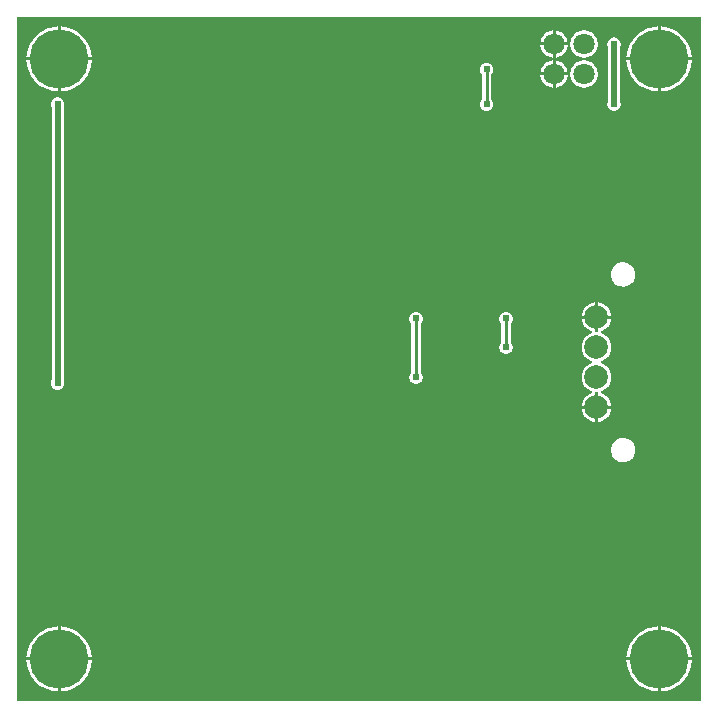
<source format=gbl>
G04 Layer: BottomLayer*
G04 Panelize: , Column: 2, Row: 2, Board Size: 58.42mm x 58.42mm, Panelized Board Size: 118.84mm x 118.84mm*
G04 EasyEDA v6.5.34, 2023-08-21 18:11:39*
G04 6b8a08da89de4659a48f0417751e7769,5a6b42c53f6a479593ecc07194224c93,10*
G04 Gerber Generator version 0.2*
G04 Scale: 100 percent, Rotated: No, Reflected: No *
G04 Dimensions in millimeters *
G04 leading zeros omitted , absolute positions ,4 integer and 5 decimal *
%FSLAX45Y45*%
%MOMM*%

%ADD10C,0.5000*%
%ADD11C,0.2540*%
%ADD12C,5.0000*%
%ADD13C,2.0000*%
%ADD14C,1.8000*%
%ADD15C,0.6096*%
%ADD16C,0.0107*%

%LPD*%
G36*
X5805932Y25908D02*
G01*
X36068Y26416D01*
X32156Y27178D01*
X28905Y29362D01*
X26670Y32664D01*
X25908Y36576D01*
X25908Y5805932D01*
X26670Y5809843D01*
X28905Y5813094D01*
X32156Y5815330D01*
X36068Y5816092D01*
X5805932Y5816092D01*
X5809843Y5815330D01*
X5813094Y5813094D01*
X5815330Y5809843D01*
X5816092Y5805932D01*
X5816092Y36068D01*
X5815330Y32207D01*
X5813094Y28905D01*
X5809843Y26670D01*
G37*

%LPC*%
G36*
X4584700Y5600700D02*
G01*
X4687112Y5600700D01*
X4686960Y5602528D01*
X4684268Y5616803D01*
X4679746Y5630672D01*
X4673549Y5643829D01*
X4665776Y5656122D01*
X4656480Y5667349D01*
X4645863Y5677306D01*
X4634077Y5685840D01*
X4621326Y5692851D01*
X4607814Y5698236D01*
X4593691Y5701842D01*
X4584700Y5702960D01*
G37*
G36*
X393700Y105562D02*
G01*
X398322Y105664D01*
X421284Y108051D01*
X443992Y112369D01*
X466242Y118618D01*
X487934Y126644D01*
X508812Y136499D01*
X528828Y148031D01*
X547827Y161239D01*
X565607Y175971D01*
X582117Y192125D01*
X597204Y209600D01*
X610819Y228295D01*
X622757Y248107D01*
X633018Y268782D01*
X641553Y290271D01*
X648208Y312369D01*
X653034Y334975D01*
X655929Y357936D01*
X656336Y368300D01*
X393700Y368300D01*
G37*
G36*
X5448300Y105613D02*
G01*
X5448300Y368300D01*
X5185410Y368300D01*
X5187289Y346405D01*
X5191150Y323646D01*
X5196890Y301244D01*
X5204460Y279450D01*
X5213858Y258317D01*
X5224983Y238099D01*
X5237784Y218846D01*
X5252161Y200710D01*
X5267960Y183896D01*
X5285130Y168402D01*
X5303520Y154432D01*
X5323027Y142087D01*
X5343499Y131368D01*
X5364835Y122428D01*
X5386781Y115265D01*
X5409285Y109982D01*
X5432145Y106629D01*
G37*
G36*
X368300Y105613D02*
G01*
X368300Y368300D01*
X105410Y368300D01*
X107289Y346405D01*
X111150Y323646D01*
X116890Y301244D01*
X124460Y279450D01*
X133858Y258317D01*
X144983Y238099D01*
X157784Y218846D01*
X172161Y200710D01*
X187960Y183896D01*
X205130Y168402D01*
X223520Y154432D01*
X243027Y142087D01*
X263499Y131368D01*
X284835Y122428D01*
X306781Y115265D01*
X329285Y109982D01*
X352145Y106629D01*
G37*
G36*
X5473700Y393700D02*
G01*
X5736336Y393700D01*
X5735929Y404063D01*
X5733034Y427024D01*
X5728208Y449630D01*
X5721553Y471728D01*
X5713018Y493217D01*
X5702757Y513892D01*
X5690819Y533704D01*
X5677204Y552348D01*
X5662117Y569874D01*
X5645607Y586028D01*
X5627827Y600760D01*
X5608828Y613968D01*
X5588812Y625500D01*
X5567934Y635355D01*
X5546242Y643382D01*
X5523992Y649630D01*
X5501284Y653948D01*
X5478322Y656336D01*
X5473700Y656437D01*
G37*
G36*
X393700Y393700D02*
G01*
X656336Y393700D01*
X655929Y404063D01*
X653034Y427024D01*
X648208Y449630D01*
X641553Y471728D01*
X633018Y493217D01*
X622757Y513892D01*
X610819Y533704D01*
X597204Y552348D01*
X582117Y569874D01*
X565607Y586028D01*
X547827Y600760D01*
X528828Y613968D01*
X508812Y625500D01*
X487934Y635355D01*
X466242Y643382D01*
X443992Y649630D01*
X421284Y653948D01*
X398322Y656336D01*
X393700Y656437D01*
G37*
G36*
X5185410Y393700D02*
G01*
X5448300Y393700D01*
X5448300Y656386D01*
X5432145Y655370D01*
X5409285Y652018D01*
X5386781Y646734D01*
X5364835Y639572D01*
X5343499Y630631D01*
X5323027Y619912D01*
X5303520Y607568D01*
X5285130Y593598D01*
X5267960Y578104D01*
X5252161Y561289D01*
X5237784Y543153D01*
X5224983Y523900D01*
X5213858Y503682D01*
X5204460Y482549D01*
X5196890Y460756D01*
X5191150Y438353D01*
X5187289Y415594D01*
G37*
G36*
X105410Y393700D02*
G01*
X368300Y393700D01*
X368300Y656386D01*
X352145Y655370D01*
X329285Y652018D01*
X306781Y646734D01*
X284835Y639572D01*
X263499Y630631D01*
X243027Y619912D01*
X223520Y607568D01*
X205130Y593598D01*
X187960Y578104D01*
X172161Y561289D01*
X157784Y543153D01*
X144983Y523900D01*
X133858Y503682D01*
X124460Y482549D01*
X116890Y460756D01*
X111150Y438353D01*
X107289Y415594D01*
G37*
G36*
X5152745Y2046274D02*
G01*
X5166563Y2046732D01*
X5180177Y2049018D01*
X5193385Y2053132D01*
X5205933Y2058924D01*
X5217566Y2066391D01*
X5228082Y2075281D01*
X5237378Y2085543D01*
X5245201Y2096922D01*
X5251399Y2109216D01*
X5255920Y2122271D01*
X5258663Y2135835D01*
X5259628Y2149602D01*
X5258663Y2163368D01*
X5255920Y2176932D01*
X5251399Y2189937D01*
X5245201Y2202281D01*
X5237378Y2213660D01*
X5228082Y2223922D01*
X5217566Y2232812D01*
X5205933Y2240280D01*
X5193385Y2246071D01*
X5180177Y2250186D01*
X5166563Y2252472D01*
X5152745Y2252929D01*
X5139029Y2251557D01*
X5125618Y2248357D01*
X5112715Y2243378D01*
X5100574Y2236724D01*
X5089499Y2228545D01*
X5079542Y2218944D01*
X5071008Y2208123D01*
X5063947Y2196236D01*
X5058562Y2183536D01*
X5054904Y2170176D01*
X5053076Y2156510D01*
X5053076Y2142693D01*
X5054904Y2129028D01*
X5058562Y2115667D01*
X5063947Y2102967D01*
X5071008Y2091080D01*
X5079542Y2080260D01*
X5089499Y2070658D01*
X5100574Y2062480D01*
X5112715Y2055825D01*
X5125618Y2050846D01*
X5139029Y2047646D01*
G37*
G36*
X4943906Y2387041D02*
G01*
X4946396Y2387193D01*
X4961331Y2389936D01*
X4975860Y2394458D01*
X4989728Y2400706D01*
X5002733Y2408580D01*
X5014722Y2417927D01*
X5025440Y2428697D01*
X5034838Y2440635D01*
X5042662Y2453690D01*
X5048910Y2467508D01*
X5053431Y2482037D01*
X5056174Y2496972D01*
X5056327Y2499461D01*
X4943906Y2499461D01*
G37*
G36*
X4918506Y2387041D02*
G01*
X4918506Y2499461D01*
X4806086Y2499461D01*
X4806238Y2496972D01*
X4808982Y2482037D01*
X4813503Y2467508D01*
X4819751Y2453690D01*
X4827625Y2440635D01*
X4836972Y2428697D01*
X4847742Y2417927D01*
X4859680Y2408580D01*
X4872736Y2400706D01*
X4886553Y2394458D01*
X4901082Y2389936D01*
X4916017Y2387193D01*
G37*
G36*
X4806086Y2524861D02*
G01*
X4918506Y2524861D01*
X4918506Y2630271D01*
X4919268Y2634132D01*
X4921504Y2637434D01*
X4924806Y2639618D01*
X4928666Y2640431D01*
X4933746Y2640431D01*
X4937658Y2639618D01*
X4940960Y2637434D01*
X4943144Y2634132D01*
X4943906Y2630271D01*
X4943906Y2524861D01*
X5056327Y2524861D01*
X5056174Y2527350D01*
X5053431Y2542286D01*
X5048910Y2556814D01*
X5042662Y2570683D01*
X5034838Y2583688D01*
X5025440Y2595626D01*
X5014722Y2606395D01*
X5002733Y2615793D01*
X4989728Y2623616D01*
X4975809Y2629916D01*
X4972659Y2632151D01*
X4970526Y2635351D01*
X4969814Y2639161D01*
X4970526Y2642971D01*
X4972659Y2646222D01*
X4975809Y2648458D01*
X4989728Y2654706D01*
X5002733Y2662580D01*
X5014722Y2671927D01*
X5025440Y2682697D01*
X5034838Y2694635D01*
X5042662Y2707690D01*
X5048910Y2721508D01*
X5053431Y2736037D01*
X5056174Y2750972D01*
X5057089Y2766161D01*
X5056174Y2781350D01*
X5053431Y2796286D01*
X5048910Y2810814D01*
X5042662Y2824683D01*
X5034838Y2837688D01*
X5025440Y2849626D01*
X5014722Y2860395D01*
X5002733Y2869793D01*
X4989728Y2877616D01*
X4975809Y2883916D01*
X4972659Y2886151D01*
X4970526Y2889351D01*
X4969814Y2893161D01*
X4970526Y2896971D01*
X4972659Y2900222D01*
X4975809Y2902458D01*
X4989728Y2908706D01*
X5002733Y2916580D01*
X5014722Y2925927D01*
X5025440Y2936697D01*
X5034838Y2948635D01*
X5042662Y2961690D01*
X5048910Y2975508D01*
X5053431Y2990037D01*
X5056174Y3004972D01*
X5057089Y3020161D01*
X5056174Y3035350D01*
X5053431Y3050286D01*
X5048910Y3064814D01*
X5042662Y3078683D01*
X5034838Y3091688D01*
X5025440Y3103626D01*
X5014722Y3114395D01*
X5002733Y3123793D01*
X4989728Y3131616D01*
X4975809Y3137916D01*
X4972659Y3140151D01*
X4970526Y3143351D01*
X4969814Y3147161D01*
X4970526Y3150971D01*
X4972659Y3154222D01*
X4975809Y3156458D01*
X4989728Y3162706D01*
X5002733Y3170580D01*
X5014722Y3179927D01*
X5025440Y3190697D01*
X5034838Y3202635D01*
X5042662Y3215690D01*
X5048910Y3229508D01*
X5053431Y3244037D01*
X5056174Y3258972D01*
X5056327Y3261461D01*
X4943906Y3261461D01*
X4943906Y3156102D01*
X4943144Y3152190D01*
X4940960Y3148888D01*
X4937658Y3146704D01*
X4933746Y3145942D01*
X4928666Y3145942D01*
X4924806Y3146704D01*
X4921504Y3148888D01*
X4919268Y3152190D01*
X4918506Y3156102D01*
X4918506Y3261461D01*
X4806086Y3261461D01*
X4806238Y3258972D01*
X4808982Y3244037D01*
X4813503Y3229508D01*
X4819751Y3215690D01*
X4827625Y3202635D01*
X4836972Y3190697D01*
X4847742Y3179927D01*
X4859680Y3170580D01*
X4872736Y3162706D01*
X4886655Y3156458D01*
X4889804Y3154222D01*
X4891887Y3150971D01*
X4892649Y3147161D01*
X4891887Y3143351D01*
X4889804Y3140151D01*
X4886655Y3137916D01*
X4872736Y3131616D01*
X4859680Y3123793D01*
X4847742Y3114395D01*
X4836972Y3103626D01*
X4827625Y3091688D01*
X4819751Y3078683D01*
X4813503Y3064814D01*
X4808982Y3050286D01*
X4806238Y3035350D01*
X4805324Y3020161D01*
X4806238Y3004972D01*
X4808982Y2990037D01*
X4813503Y2975508D01*
X4819751Y2961690D01*
X4827625Y2948635D01*
X4836972Y2936697D01*
X4847742Y2925927D01*
X4859680Y2916580D01*
X4872736Y2908706D01*
X4886655Y2902458D01*
X4889804Y2900222D01*
X4891887Y2896971D01*
X4892649Y2893161D01*
X4891887Y2889351D01*
X4889804Y2886151D01*
X4886655Y2883916D01*
X4872736Y2877616D01*
X4859680Y2869793D01*
X4847742Y2860395D01*
X4836972Y2849626D01*
X4827625Y2837688D01*
X4819751Y2824683D01*
X4813503Y2810814D01*
X4808982Y2796286D01*
X4806238Y2781350D01*
X4805324Y2766161D01*
X4806238Y2750972D01*
X4808982Y2736037D01*
X4813503Y2721508D01*
X4819751Y2707690D01*
X4827625Y2694635D01*
X4836972Y2682697D01*
X4847742Y2671927D01*
X4859680Y2662580D01*
X4872736Y2654706D01*
X4886655Y2648458D01*
X4889804Y2646222D01*
X4891887Y2642971D01*
X4892649Y2639161D01*
X4891887Y2635351D01*
X4889804Y2632151D01*
X4886655Y2629916D01*
X4872736Y2623616D01*
X4859680Y2615793D01*
X4847742Y2606395D01*
X4836972Y2595626D01*
X4827625Y2583688D01*
X4819751Y2570683D01*
X4813503Y2556814D01*
X4808982Y2542286D01*
X4806238Y2527350D01*
G37*
G36*
X4456887Y5600700D02*
G01*
X4559300Y5600700D01*
X4559300Y5702960D01*
X4550308Y5701842D01*
X4536186Y5698236D01*
X4522673Y5692851D01*
X4509922Y5685840D01*
X4498136Y5677306D01*
X4487519Y5667349D01*
X4478223Y5656122D01*
X4470450Y5643829D01*
X4464253Y5630672D01*
X4459732Y5616803D01*
X4457039Y5602528D01*
G37*
G36*
X368300Y2660700D02*
G01*
X378104Y2661564D01*
X387553Y2664104D01*
X396494Y2668219D01*
X404520Y2673858D01*
X411480Y2680817D01*
X417118Y2688844D01*
X421233Y2697784D01*
X423773Y2707233D01*
X424637Y2717038D01*
X423773Y2726842D01*
X421233Y2736291D01*
X420166Y2738678D01*
X419201Y2742946D01*
X419201Y5054092D01*
X420166Y5058359D01*
X421233Y5060696D01*
X423773Y5070195D01*
X424637Y5080000D01*
X423773Y5089753D01*
X421233Y5099253D01*
X417118Y5108143D01*
X411480Y5116220D01*
X404520Y5123129D01*
X396494Y5128768D01*
X387553Y5132933D01*
X378104Y5135473D01*
X368300Y5136337D01*
X358495Y5135473D01*
X349046Y5132933D01*
X340106Y5128768D01*
X332079Y5123129D01*
X325120Y5116220D01*
X319481Y5108143D01*
X315366Y5099253D01*
X312826Y5089753D01*
X311962Y5080000D01*
X312826Y5070195D01*
X315366Y5060696D01*
X316433Y5058359D01*
X317398Y5054092D01*
X317398Y2742946D01*
X316433Y2738678D01*
X315366Y2736291D01*
X312826Y2726842D01*
X311962Y2717038D01*
X312826Y2707233D01*
X315366Y2697784D01*
X319481Y2688844D01*
X325120Y2680817D01*
X332079Y2673858D01*
X340106Y2668219D01*
X349046Y2664104D01*
X358495Y2661564D01*
G37*
G36*
X3403600Y2709824D02*
G01*
X3413353Y2710688D01*
X3422853Y2713228D01*
X3431743Y2717342D01*
X3439820Y2722981D01*
X3446729Y2729941D01*
X3452368Y2737967D01*
X3456533Y2746908D01*
X3459073Y2756357D01*
X3459937Y2766161D01*
X3459073Y2775966D01*
X3456533Y2785414D01*
X3452368Y2794355D01*
X3446729Y2802382D01*
X3445154Y2803956D01*
X3442970Y2807258D01*
X3442208Y2811170D01*
X3442208Y3218891D01*
X3442970Y3222802D01*
X3445154Y3226104D01*
X3446729Y3227679D01*
X3452368Y3235706D01*
X3456533Y3244646D01*
X3459073Y3254095D01*
X3459937Y3263900D01*
X3459073Y3273704D01*
X3456533Y3283153D01*
X3452368Y3292094D01*
X3446729Y3300120D01*
X3439820Y3307079D01*
X3431743Y3312718D01*
X3422853Y3316833D01*
X3413353Y3319373D01*
X3403600Y3320237D01*
X3393795Y3319373D01*
X3384296Y3316833D01*
X3375406Y3312718D01*
X3367379Y3307079D01*
X3360420Y3300120D01*
X3354781Y3292094D01*
X3350615Y3283153D01*
X3348075Y3273704D01*
X3347262Y3263900D01*
X3348075Y3254095D01*
X3350615Y3244646D01*
X3354781Y3235706D01*
X3360420Y3227679D01*
X3361994Y3226104D01*
X3364229Y3222802D01*
X3364992Y3218891D01*
X3364992Y2811170D01*
X3364229Y2807258D01*
X3361994Y2803956D01*
X3360420Y2802382D01*
X3354781Y2794355D01*
X3350615Y2785414D01*
X3348075Y2775966D01*
X3347262Y2766161D01*
X3348075Y2756357D01*
X3350615Y2746908D01*
X3354781Y2737967D01*
X3360420Y2729941D01*
X3367379Y2722981D01*
X3375406Y2717342D01*
X3384296Y2713228D01*
X3393795Y2710688D01*
G37*
G36*
X4165600Y2963824D02*
G01*
X4175353Y2964688D01*
X4184853Y2967228D01*
X4193743Y2971342D01*
X4201820Y2976981D01*
X4208729Y2983941D01*
X4214368Y2991967D01*
X4218533Y3000908D01*
X4221073Y3010357D01*
X4221937Y3020161D01*
X4221073Y3029966D01*
X4218533Y3039414D01*
X4214368Y3048355D01*
X4208729Y3056382D01*
X4207154Y3057956D01*
X4204970Y3061258D01*
X4204208Y3065170D01*
X4204208Y3218891D01*
X4204970Y3222802D01*
X4207154Y3226104D01*
X4208729Y3227679D01*
X4214368Y3235706D01*
X4218533Y3244646D01*
X4221073Y3254095D01*
X4221937Y3263900D01*
X4221073Y3273704D01*
X4218533Y3283153D01*
X4214368Y3292094D01*
X4208729Y3300120D01*
X4201820Y3307079D01*
X4193743Y3312718D01*
X4184853Y3316833D01*
X4175353Y3319373D01*
X4165600Y3320237D01*
X4155795Y3319373D01*
X4146296Y3316833D01*
X4137406Y3312718D01*
X4129379Y3307079D01*
X4122420Y3300120D01*
X4116781Y3292094D01*
X4112615Y3283153D01*
X4110075Y3273704D01*
X4109262Y3263900D01*
X4110075Y3254095D01*
X4112615Y3244646D01*
X4116781Y3235706D01*
X4122420Y3227679D01*
X4123994Y3226104D01*
X4126229Y3222802D01*
X4126992Y3218891D01*
X4126992Y3065170D01*
X4126229Y3061258D01*
X4123994Y3057956D01*
X4122420Y3056382D01*
X4116781Y3048355D01*
X4112615Y3039414D01*
X4110075Y3029966D01*
X4109262Y3020161D01*
X4110075Y3010357D01*
X4112615Y3000908D01*
X4116781Y2991967D01*
X4122420Y2983941D01*
X4129379Y2976981D01*
X4137406Y2971342D01*
X4146296Y2967228D01*
X4155795Y2964688D01*
G37*
G36*
X105410Y5473700D02*
G01*
X368300Y5473700D01*
X368300Y5736386D01*
X352145Y5735370D01*
X329285Y5732018D01*
X306781Y5726734D01*
X284835Y5719572D01*
X263499Y5710631D01*
X243027Y5699912D01*
X223520Y5687568D01*
X205130Y5673598D01*
X187960Y5658104D01*
X172161Y5641289D01*
X157784Y5623153D01*
X144983Y5603900D01*
X133858Y5583682D01*
X124460Y5562549D01*
X116890Y5540756D01*
X111150Y5518353D01*
X107289Y5495594D01*
G37*
G36*
X4806086Y3286861D02*
G01*
X4918506Y3286861D01*
X4918506Y3399282D01*
X4916017Y3399129D01*
X4901082Y3396386D01*
X4886553Y3391865D01*
X4872736Y3385616D01*
X4859680Y3377793D01*
X4847742Y3368395D01*
X4836972Y3357626D01*
X4827625Y3345687D01*
X4819751Y3332683D01*
X4813503Y3318814D01*
X4808982Y3304286D01*
X4806238Y3289350D01*
G37*
G36*
X4943906Y3286861D02*
G01*
X5056327Y3286861D01*
X5056174Y3289350D01*
X5053431Y3304286D01*
X5048910Y3318814D01*
X5042662Y3332683D01*
X5034838Y3345687D01*
X5025440Y3357626D01*
X5014722Y3368395D01*
X5002733Y3377793D01*
X4989728Y3385616D01*
X4975860Y3391865D01*
X4961331Y3396386D01*
X4946396Y3399129D01*
X4943906Y3399282D01*
G37*
G36*
X5473700Y105562D02*
G01*
X5478322Y105664D01*
X5501284Y108051D01*
X5523992Y112369D01*
X5546242Y118618D01*
X5567934Y126644D01*
X5588812Y136499D01*
X5608828Y148031D01*
X5627827Y161239D01*
X5645607Y175971D01*
X5662117Y192125D01*
X5677204Y209600D01*
X5690819Y228295D01*
X5702757Y248107D01*
X5713018Y268782D01*
X5721553Y290271D01*
X5728208Y312369D01*
X5733034Y334975D01*
X5735929Y357936D01*
X5736336Y368300D01*
X5473700Y368300D01*
G37*
G36*
X4000500Y5023612D02*
G01*
X4010304Y5024475D01*
X4019753Y5027015D01*
X4028694Y5031181D01*
X4036720Y5036820D01*
X4043679Y5043728D01*
X4049318Y5051806D01*
X4053433Y5060696D01*
X4055973Y5070195D01*
X4056837Y5079949D01*
X4055973Y5089753D01*
X4053433Y5099253D01*
X4049318Y5108143D01*
X4043679Y5116220D01*
X4042105Y5117795D01*
X4039870Y5121097D01*
X4039108Y5124958D01*
X4039108Y5327091D01*
X4039870Y5331002D01*
X4042105Y5334304D01*
X4043679Y5335879D01*
X4049318Y5343906D01*
X4053433Y5352846D01*
X4055973Y5362295D01*
X4056837Y5372100D01*
X4055973Y5381904D01*
X4053433Y5391353D01*
X4049318Y5400294D01*
X4043679Y5408320D01*
X4036720Y5415280D01*
X4028694Y5420918D01*
X4019753Y5425033D01*
X4010304Y5427573D01*
X4000500Y5428437D01*
X3990695Y5427573D01*
X3981246Y5425033D01*
X3972306Y5420918D01*
X3964279Y5415280D01*
X3957320Y5408320D01*
X3951681Y5400294D01*
X3947566Y5391353D01*
X3945026Y5381904D01*
X3944162Y5372100D01*
X3945026Y5362295D01*
X3947566Y5352846D01*
X3951681Y5343906D01*
X3957320Y5335879D01*
X3958894Y5334304D01*
X3961129Y5331002D01*
X3961892Y5327091D01*
X3961892Y5124958D01*
X3961129Y5121097D01*
X3958894Y5117795D01*
X3957320Y5116220D01*
X3951681Y5108143D01*
X3947566Y5099253D01*
X3945026Y5089753D01*
X3944162Y5079949D01*
X3945026Y5070195D01*
X3947566Y5060696D01*
X3951681Y5051806D01*
X3957320Y5043728D01*
X3964279Y5036820D01*
X3972306Y5031181D01*
X3981246Y5027015D01*
X3990695Y5024475D01*
G37*
G36*
X5080000Y5023612D02*
G01*
X5089804Y5024475D01*
X5099253Y5027015D01*
X5108194Y5031181D01*
X5116220Y5036820D01*
X5123180Y5043728D01*
X5128818Y5051806D01*
X5132933Y5060696D01*
X5135473Y5070195D01*
X5136337Y5079949D01*
X5135473Y5089753D01*
X5132933Y5099253D01*
X5131866Y5101590D01*
X5130901Y5105908D01*
X5130901Y5562041D01*
X5131866Y5566359D01*
X5132933Y5568746D01*
X5135473Y5578195D01*
X5136337Y5588000D01*
X5135473Y5597804D01*
X5132933Y5607253D01*
X5128818Y5616194D01*
X5123180Y5624220D01*
X5116220Y5631180D01*
X5108194Y5636818D01*
X5099253Y5640933D01*
X5089804Y5643473D01*
X5080000Y5644337D01*
X5070195Y5643473D01*
X5060746Y5640933D01*
X5051806Y5636818D01*
X5043779Y5631180D01*
X5036820Y5624220D01*
X5031181Y5616194D01*
X5027066Y5607253D01*
X5024526Y5597804D01*
X5023662Y5588000D01*
X5024526Y5578195D01*
X5027066Y5568746D01*
X5028133Y5566410D01*
X5029098Y5562142D01*
X5029098Y5105857D01*
X5028133Y5101539D01*
X5027066Y5099253D01*
X5024526Y5089753D01*
X5023662Y5079949D01*
X5024526Y5070195D01*
X5027066Y5060696D01*
X5031181Y5051806D01*
X5036820Y5043728D01*
X5043779Y5036820D01*
X5051806Y5031181D01*
X5060746Y5027015D01*
X5070195Y5024475D01*
G37*
G36*
X5473700Y5185562D02*
G01*
X5478322Y5185664D01*
X5501284Y5188051D01*
X5523992Y5192369D01*
X5546242Y5198618D01*
X5567934Y5206644D01*
X5588812Y5216499D01*
X5608828Y5228031D01*
X5627827Y5241239D01*
X5645607Y5255971D01*
X5662117Y5272125D01*
X5677204Y5289600D01*
X5690819Y5308295D01*
X5702757Y5328107D01*
X5713018Y5348782D01*
X5721553Y5370271D01*
X5728208Y5392369D01*
X5733034Y5414975D01*
X5735929Y5437936D01*
X5736336Y5448300D01*
X5473700Y5448300D01*
G37*
G36*
X393700Y5185562D02*
G01*
X398322Y5185664D01*
X421284Y5188051D01*
X443992Y5192369D01*
X466242Y5198618D01*
X487934Y5206644D01*
X508812Y5216499D01*
X528828Y5228031D01*
X547827Y5241239D01*
X565607Y5255971D01*
X582117Y5272125D01*
X597204Y5289600D01*
X610819Y5308295D01*
X622757Y5328107D01*
X633018Y5348782D01*
X641553Y5370271D01*
X648208Y5392369D01*
X653034Y5414975D01*
X655929Y5437936D01*
X656336Y5448300D01*
X393700Y5448300D01*
G37*
G36*
X5448300Y5185613D02*
G01*
X5448300Y5448300D01*
X5185410Y5448300D01*
X5187289Y5426405D01*
X5191150Y5403646D01*
X5196890Y5381244D01*
X5204460Y5359450D01*
X5213858Y5338318D01*
X5224983Y5318099D01*
X5237784Y5298846D01*
X5252161Y5280710D01*
X5267960Y5263896D01*
X5285130Y5248402D01*
X5303520Y5234432D01*
X5323027Y5222087D01*
X5343499Y5211368D01*
X5364835Y5202428D01*
X5386781Y5195265D01*
X5409285Y5189982D01*
X5432145Y5186629D01*
G37*
G36*
X368300Y5185613D02*
G01*
X368300Y5448300D01*
X105410Y5448300D01*
X107289Y5426405D01*
X111150Y5403646D01*
X116890Y5381244D01*
X124460Y5359450D01*
X133858Y5338318D01*
X144983Y5318099D01*
X157784Y5298846D01*
X172161Y5280710D01*
X187960Y5263896D01*
X205130Y5248402D01*
X223520Y5234432D01*
X243027Y5222087D01*
X263499Y5211368D01*
X284835Y5202428D01*
X306781Y5195265D01*
X329285Y5189982D01*
X352145Y5186629D01*
G37*
G36*
X4818735Y5218328D02*
G01*
X4833264Y5218328D01*
X4847691Y5220157D01*
X4861814Y5223764D01*
X4875326Y5229148D01*
X4888077Y5236159D01*
X4899863Y5244693D01*
X4910480Y5254650D01*
X4919776Y5265877D01*
X4927549Y5278170D01*
X4933746Y5291328D01*
X4938268Y5305196D01*
X4940960Y5319471D01*
X4941874Y5334000D01*
X4940960Y5348528D01*
X4938268Y5362803D01*
X4933746Y5376672D01*
X4927549Y5389829D01*
X4919776Y5402122D01*
X4910480Y5413349D01*
X4899863Y5423306D01*
X4888077Y5431840D01*
X4875326Y5438851D01*
X4861814Y5444236D01*
X4847691Y5447842D01*
X4833264Y5449671D01*
X4818735Y5449671D01*
X4804308Y5447842D01*
X4790186Y5444236D01*
X4776673Y5438851D01*
X4763922Y5431840D01*
X4752136Y5423306D01*
X4741519Y5413349D01*
X4732223Y5402122D01*
X4724450Y5389829D01*
X4718253Y5376672D01*
X4713732Y5362803D01*
X4711039Y5348528D01*
X4710125Y5334000D01*
X4711039Y5319471D01*
X4713732Y5305196D01*
X4718253Y5291328D01*
X4724450Y5278170D01*
X4732223Y5265877D01*
X4741519Y5254650D01*
X4752136Y5244693D01*
X4763922Y5236159D01*
X4776673Y5229148D01*
X4790186Y5223764D01*
X4804308Y5220157D01*
G37*
G36*
X4584700Y5219039D02*
G01*
X4593691Y5220157D01*
X4607814Y5223764D01*
X4621326Y5229148D01*
X4634077Y5236159D01*
X4645863Y5244693D01*
X4656480Y5254650D01*
X4665776Y5265877D01*
X4673549Y5278170D01*
X4679746Y5291328D01*
X4684268Y5305196D01*
X4686960Y5319471D01*
X4687112Y5321300D01*
X4584700Y5321300D01*
G37*
G36*
X4559300Y5219039D02*
G01*
X4559300Y5321300D01*
X4456887Y5321300D01*
X4457039Y5319471D01*
X4459732Y5305196D01*
X4464253Y5291328D01*
X4470450Y5278170D01*
X4478223Y5265877D01*
X4487519Y5254650D01*
X4498136Y5244693D01*
X4509922Y5236159D01*
X4522673Y5229148D01*
X4536186Y5223764D01*
X4550308Y5220157D01*
G37*
G36*
X4584700Y5346700D02*
G01*
X4687112Y5346700D01*
X4686960Y5348528D01*
X4684268Y5362803D01*
X4679746Y5376672D01*
X4673549Y5389829D01*
X4665776Y5402122D01*
X4656480Y5413349D01*
X4645863Y5423306D01*
X4634077Y5431840D01*
X4621326Y5438851D01*
X4607814Y5444236D01*
X4593691Y5447842D01*
X4584700Y5448960D01*
G37*
G36*
X4456887Y5346700D02*
G01*
X4559300Y5346700D01*
X4559300Y5448960D01*
X4550308Y5447842D01*
X4536186Y5444236D01*
X4522673Y5438851D01*
X4509922Y5431840D01*
X4498136Y5423306D01*
X4487519Y5413349D01*
X4478223Y5402122D01*
X4470450Y5389829D01*
X4464253Y5376672D01*
X4459732Y5362803D01*
X4457039Y5348528D01*
G37*
G36*
X4818735Y5472328D02*
G01*
X4833264Y5472328D01*
X4847691Y5474157D01*
X4861814Y5477764D01*
X4875326Y5483148D01*
X4888077Y5490159D01*
X4899863Y5498693D01*
X4910480Y5508650D01*
X4919776Y5519877D01*
X4927549Y5532170D01*
X4933746Y5545328D01*
X4938268Y5559196D01*
X4940960Y5573471D01*
X4941874Y5588000D01*
X4940960Y5602528D01*
X4938268Y5616803D01*
X4933746Y5630672D01*
X4927549Y5643829D01*
X4919776Y5656122D01*
X4910480Y5667349D01*
X4899863Y5677306D01*
X4888077Y5685840D01*
X4875326Y5692851D01*
X4861814Y5698236D01*
X4847691Y5701842D01*
X4833264Y5703671D01*
X4818735Y5703671D01*
X4804308Y5701842D01*
X4790186Y5698236D01*
X4776673Y5692851D01*
X4763922Y5685840D01*
X4752136Y5677306D01*
X4741519Y5667349D01*
X4732223Y5656122D01*
X4724450Y5643829D01*
X4718253Y5630672D01*
X4713732Y5616803D01*
X4711039Y5602528D01*
X4710125Y5588000D01*
X4711039Y5573471D01*
X4713732Y5559196D01*
X4718253Y5545328D01*
X4724450Y5532170D01*
X4732223Y5519877D01*
X4741519Y5508650D01*
X4752136Y5498693D01*
X4763922Y5490159D01*
X4776673Y5483148D01*
X4790186Y5477764D01*
X4804308Y5474157D01*
G37*
G36*
X4584700Y5473039D02*
G01*
X4593691Y5474157D01*
X4607814Y5477764D01*
X4621326Y5483148D01*
X4634077Y5490159D01*
X4645863Y5498693D01*
X4656480Y5508650D01*
X4665776Y5519877D01*
X4673549Y5532170D01*
X4679746Y5545328D01*
X4684268Y5559196D01*
X4686960Y5573471D01*
X4687112Y5575300D01*
X4584700Y5575300D01*
G37*
G36*
X4559300Y5473039D02*
G01*
X4559300Y5575300D01*
X4456887Y5575300D01*
X4457039Y5573471D01*
X4459732Y5559196D01*
X4464253Y5545328D01*
X4470450Y5532170D01*
X4478223Y5519877D01*
X4487519Y5508650D01*
X4498136Y5498693D01*
X4509922Y5490159D01*
X4522673Y5483148D01*
X4536186Y5477764D01*
X4550308Y5474157D01*
G37*
G36*
X5473700Y5473700D02*
G01*
X5736336Y5473700D01*
X5735929Y5484063D01*
X5733034Y5507024D01*
X5728208Y5529630D01*
X5721553Y5551728D01*
X5713018Y5573217D01*
X5702757Y5593892D01*
X5690819Y5613704D01*
X5677204Y5632348D01*
X5662117Y5649874D01*
X5645607Y5666028D01*
X5627827Y5680760D01*
X5608828Y5693968D01*
X5588812Y5705500D01*
X5567934Y5715355D01*
X5546242Y5723382D01*
X5523992Y5729630D01*
X5501284Y5733948D01*
X5478322Y5736336D01*
X5473700Y5736437D01*
G37*
G36*
X393700Y5473700D02*
G01*
X656336Y5473700D01*
X655929Y5484063D01*
X653034Y5507024D01*
X648208Y5529630D01*
X641553Y5551728D01*
X633018Y5573217D01*
X622757Y5593892D01*
X610819Y5613704D01*
X597204Y5632348D01*
X582117Y5649874D01*
X565607Y5666028D01*
X547827Y5680760D01*
X528828Y5693968D01*
X508812Y5705500D01*
X487934Y5715355D01*
X466242Y5723382D01*
X443992Y5729630D01*
X421284Y5733948D01*
X398322Y5736336D01*
X393700Y5736437D01*
G37*
G36*
X5185410Y5473700D02*
G01*
X5448300Y5473700D01*
X5448300Y5736386D01*
X5432145Y5735370D01*
X5409285Y5732018D01*
X5386781Y5726734D01*
X5364835Y5719572D01*
X5343499Y5710631D01*
X5323027Y5699912D01*
X5303520Y5687568D01*
X5285130Y5673598D01*
X5267960Y5658104D01*
X5252161Y5641289D01*
X5237784Y5623153D01*
X5224983Y5603900D01*
X5213858Y5583682D01*
X5204460Y5562549D01*
X5196890Y5540756D01*
X5191150Y5518353D01*
X5187289Y5495594D01*
G37*
G36*
X5152745Y3533343D02*
G01*
X5166563Y3533851D01*
X5180177Y3536137D01*
X5193385Y3540201D01*
X5205933Y3546043D01*
X5217566Y3553460D01*
X5228082Y3562400D01*
X5237378Y3572611D01*
X5245201Y3583990D01*
X5251399Y3596335D01*
X5255920Y3609390D01*
X5258663Y3622903D01*
X5259628Y3636670D01*
X5258663Y3650487D01*
X5255920Y3664000D01*
X5251399Y3677056D01*
X5245201Y3689400D01*
X5237378Y3700779D01*
X5228082Y3710990D01*
X5217566Y3719931D01*
X5205933Y3727348D01*
X5193385Y3733190D01*
X5180177Y3737254D01*
X5166563Y3739540D01*
X5152745Y3740048D01*
X5139029Y3738626D01*
X5125618Y3735425D01*
X5112715Y3730498D01*
X5100574Y3723843D01*
X5089499Y3715664D01*
X5079542Y3706063D01*
X5071008Y3695192D01*
X5063947Y3683304D01*
X5058562Y3670604D01*
X5054904Y3657295D01*
X5053076Y3643579D01*
X5053076Y3629812D01*
X5054904Y3616096D01*
X5058562Y3602786D01*
X5063947Y3590086D01*
X5071008Y3578199D01*
X5079542Y3567328D01*
X5089499Y3557727D01*
X5100574Y3549548D01*
X5112715Y3542893D01*
X5125618Y3537965D01*
X5139029Y3534765D01*
G37*

%LPD*%
D10*
X5079987Y5588000D02*
G01*
X5079987Y5079987D01*
X368300Y2717043D02*
G01*
X368300Y5079987D01*
D11*
X4165587Y3263894D02*
G01*
X4165587Y3020164D01*
X3403587Y3263894D02*
G01*
X3403587Y2766164D01*
X4000500Y5372100D02*
G01*
X4000500Y5079987D01*
D12*
G01*
X381000Y5461000D03*
D13*
G01*
X4931206Y3274161D03*
G01*
X4931206Y2512161D03*
G01*
X4931206Y2766161D03*
G01*
X4931206Y3020161D03*
D14*
G01*
X4572000Y5588000D03*
G01*
X4572000Y5334000D03*
G01*
X4826000Y5334000D03*
G01*
X4826000Y5588000D03*
D12*
G01*
X381000Y381000D03*
G01*
X5461000Y381000D03*
G01*
X5461000Y5461000D03*
D15*
G01*
X4000500Y5079974D03*
G01*
X4000500Y5372100D03*
G01*
X5080000Y5588000D03*
G01*
X5080000Y5079974D03*
G01*
X368300Y2717037D03*
G01*
X368300Y5079974D03*
G01*
X4165600Y3263900D03*
G01*
X4165600Y3020161D03*
G01*
X3403600Y3263900D03*
G01*
X3403600Y2766161D03*
M02*

</source>
